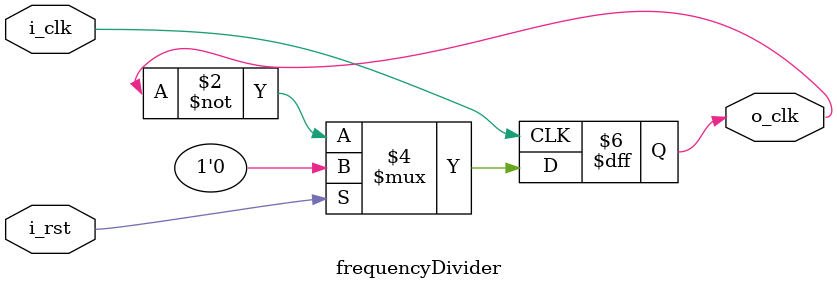
<source format=sv>
module frequencyDivider (
	input logic i_clk, i_rst,
	output logic o_clk);
	
	always_ff @(posedge i_clk)
		if (i_rst) o_clk <= 0;
		else o_clk <= ~o_clk;
	
endmodule

</source>
